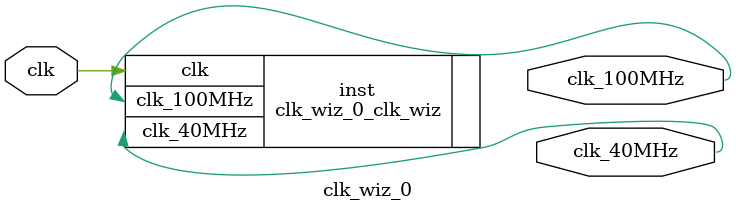
<source format=v>


`timescale 1ps/1ps

(* CORE_GENERATION_INFO = "clk_wiz_0,clk_wiz_v5_3_1,{component_name=clk_wiz_0,use_phase_alignment=true,use_min_o_jitter=false,use_max_i_jitter=false,use_dyn_phase_shift=false,use_inclk_switchover=false,use_dyn_reconfig=false,enable_axi=0,feedback_source=FDBK_AUTO,PRIMITIVE=MMCM,num_out_clk=2,clkin1_period=10.0,clkin2_period=10.0,use_power_down=false,use_reset=false,use_locked=false,use_inclk_stopped=false,feedback_type=SINGLE,CLOCK_MGR_TYPE=NA,manual_override=false}" *)

module clk_wiz_0 
 (
 // Clock in ports
  input         clk,
  // Clock out ports
  output        clk_100MHz,
  output        clk_40MHz
 );

  clk_wiz_0_clk_wiz inst
  (
 // Clock in ports
  .clk(clk),
  // Clock out ports  
  .clk_100MHz(clk_100MHz),
  .clk_40MHz(clk_40MHz)              
  );

endmodule

</source>
